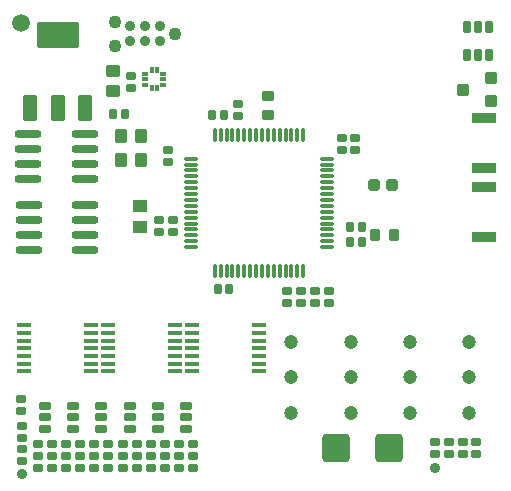
<source format=gts>
G04*
G04 #@! TF.GenerationSoftware,Altium Limited,Altium Designer,23.4.1 (23)*
G04*
G04 Layer_Color=8388736*
%FSLAX25Y25*%
%MOIN*%
G70*
G04*
G04 #@! TF.SameCoordinates,CD6A452F-F53C-44A8-BAF7-BA8057297808*
G04*
G04*
G04 #@! TF.FilePolarity,Negative*
G04*
G01*
G75*
G04:AMPARAMS|DCode=55|XSize=31.5mil|YSize=27.56mil|CornerRadius=4.33mil|HoleSize=0mil|Usage=FLASHONLY|Rotation=0.000|XOffset=0mil|YOffset=0mil|HoleType=Round|Shape=RoundedRectangle|*
%AMROUNDEDRECTD55*
21,1,0.03150,0.01890,0,0,0.0*
21,1,0.02284,0.02756,0,0,0.0*
1,1,0.00866,0.01142,-0.00945*
1,1,0.00866,-0.01142,-0.00945*
1,1,0.00866,-0.01142,0.00945*
1,1,0.00866,0.01142,0.00945*
%
%ADD55ROUNDEDRECTD55*%
%ADD56R,0.04724X0.04331*%
G04:AMPARAMS|DCode=57|XSize=31.5mil|YSize=40.16mil|CornerRadius=4.72mil|HoleSize=0mil|Usage=FLASHONLY|Rotation=0.000|XOffset=0mil|YOffset=0mil|HoleType=Round|Shape=RoundedRectangle|*
%AMROUNDEDRECTD57*
21,1,0.03150,0.03071,0,0,0.0*
21,1,0.02205,0.04016,0,0,0.0*
1,1,0.00945,0.01102,-0.01535*
1,1,0.00945,-0.01102,-0.01535*
1,1,0.00945,-0.01102,0.01535*
1,1,0.00945,0.01102,0.01535*
%
%ADD57ROUNDEDRECTD57*%
G04:AMPARAMS|DCode=58|XSize=31.5mil|YSize=27.56mil|CornerRadius=4.33mil|HoleSize=0mil|Usage=FLASHONLY|Rotation=90.000|XOffset=0mil|YOffset=0mil|HoleType=Round|Shape=RoundedRectangle|*
%AMROUNDEDRECTD58*
21,1,0.03150,0.01890,0,0,90.0*
21,1,0.02284,0.02756,0,0,90.0*
1,1,0.00866,0.00945,0.01142*
1,1,0.00866,0.00945,-0.01142*
1,1,0.00866,-0.00945,-0.01142*
1,1,0.00866,-0.00945,0.01142*
%
%ADD58ROUNDEDRECTD58*%
%ADD59O,0.05118X0.01378*%
%ADD60O,0.01378X0.05118*%
G04:AMPARAMS|DCode=61|XSize=37.4mil|YSize=37.4mil|CornerRadius=5.32mil|HoleSize=0mil|Usage=FLASHONLY|Rotation=0.000|XOffset=0mil|YOffset=0mil|HoleType=Round|Shape=RoundedRectangle|*
%AMROUNDEDRECTD61*
21,1,0.03740,0.02677,0,0,0.0*
21,1,0.02677,0.03740,0,0,0.0*
1,1,0.01063,0.01339,-0.01339*
1,1,0.01063,-0.01339,-0.01339*
1,1,0.01063,-0.01339,0.01339*
1,1,0.01063,0.01339,0.01339*
%
%ADD61ROUNDEDRECTD61*%
G04:AMPARAMS|DCode=62|XSize=31.5mil|YSize=40.16mil|CornerRadius=4.72mil|HoleSize=0mil|Usage=FLASHONLY|Rotation=90.000|XOffset=0mil|YOffset=0mil|HoleType=Round|Shape=RoundedRectangle|*
%AMROUNDEDRECTD62*
21,1,0.03150,0.03071,0,0,90.0*
21,1,0.02205,0.04016,0,0,90.0*
1,1,0.00945,0.01535,0.01102*
1,1,0.00945,0.01535,-0.01102*
1,1,0.00945,-0.01535,-0.01102*
1,1,0.00945,-0.01535,0.01102*
%
%ADD62ROUNDEDRECTD62*%
%ADD63O,0.09055X0.02756*%
G04:AMPARAMS|DCode=64|XSize=39.37mil|YSize=41.34mil|CornerRadius=5.51mil|HoleSize=0mil|Usage=FLASHONLY|Rotation=90.000|XOffset=0mil|YOffset=0mil|HoleType=Round|Shape=RoundedRectangle|*
%AMROUNDEDRECTD64*
21,1,0.03937,0.03032,0,0,90.0*
21,1,0.02835,0.04134,0,0,90.0*
1,1,0.01102,0.01516,0.01417*
1,1,0.01102,0.01516,-0.01417*
1,1,0.01102,-0.01516,-0.01417*
1,1,0.01102,-0.01516,0.01417*
%
%ADD64ROUNDEDRECTD64*%
G04:AMPARAMS|DCode=65|XSize=39.37mil|YSize=41.34mil|CornerRadius=5.51mil|HoleSize=0mil|Usage=FLASHONLY|Rotation=90.000|XOffset=0mil|YOffset=0mil|HoleType=Round|Shape=RoundedRectangle|*
%AMROUNDEDRECTD65*
21,1,0.03937,0.03032,0,0,90.0*
21,1,0.02835,0.04134,0,0,90.0*
1,1,0.01102,0.01516,0.01417*
1,1,0.01102,0.01516,-0.01417*
1,1,0.01102,-0.01516,-0.01417*
1,1,0.01102,-0.01516,0.01417*
%
%ADD65ROUNDEDRECTD65*%
G04:AMPARAMS|DCode=66|XSize=47.24mil|YSize=88.58mil|CornerRadius=6.3mil|HoleSize=0mil|Usage=FLASHONLY|Rotation=0.000|XOffset=0mil|YOffset=0mil|HoleType=Round|Shape=RoundedRectangle|*
%AMROUNDEDRECTD66*
21,1,0.04724,0.07598,0,0,0.0*
21,1,0.03465,0.08858,0,0,0.0*
1,1,0.01260,0.01732,-0.03799*
1,1,0.01260,-0.01732,-0.03799*
1,1,0.01260,-0.01732,0.03799*
1,1,0.01260,0.01732,0.03799*
%
%ADD66ROUNDEDRECTD66*%
G04:AMPARAMS|DCode=67|XSize=47.24mil|YSize=88.58mil|CornerRadius=6.3mil|HoleSize=0mil|Usage=FLASHONLY|Rotation=0.000|XOffset=0mil|YOffset=0mil|HoleType=Round|Shape=RoundedRectangle|*
%AMROUNDEDRECTD67*
21,1,0.04724,0.07599,0,0,0.0*
21,1,0.03465,0.08858,0,0,0.0*
1,1,0.01260,0.01732,-0.03799*
1,1,0.01260,-0.01732,-0.03799*
1,1,0.01260,-0.01732,0.03799*
1,1,0.01260,0.01732,0.03799*
%
%ADD67ROUNDEDRECTD67*%
G04:AMPARAMS|DCode=68|XSize=141.73mil|YSize=88.58mil|CornerRadius=10.43mil|HoleSize=0mil|Usage=FLASHONLY|Rotation=0.000|XOffset=0mil|YOffset=0mil|HoleType=Round|Shape=RoundedRectangle|*
%AMROUNDEDRECTD68*
21,1,0.14173,0.06772,0,0,0.0*
21,1,0.12087,0.08858,0,0,0.0*
1,1,0.02087,0.06043,-0.03386*
1,1,0.02087,-0.06043,-0.03386*
1,1,0.02087,-0.06043,0.03386*
1,1,0.02087,0.06043,0.03386*
%
%ADD68ROUNDEDRECTD68*%
G04:AMPARAMS|DCode=69|XSize=43.31mil|YSize=47.24mil|CornerRadius=5.91mil|HoleSize=0mil|Usage=FLASHONLY|Rotation=0.000|XOffset=0mil|YOffset=0mil|HoleType=Round|Shape=RoundedRectangle|*
%AMROUNDEDRECTD69*
21,1,0.04331,0.03543,0,0,0.0*
21,1,0.03150,0.04724,0,0,0.0*
1,1,0.01181,0.01575,-0.01772*
1,1,0.01181,-0.01575,-0.01772*
1,1,0.01181,-0.01575,0.01772*
1,1,0.01181,0.01575,0.01772*
%
%ADD69ROUNDEDRECTD69*%
G04:AMPARAMS|DCode=70|XSize=27.56mil|YSize=39.37mil|CornerRadius=4.33mil|HoleSize=0mil|Usage=FLASHONLY|Rotation=180.000|XOffset=0mil|YOffset=0mil|HoleType=Round|Shape=RoundedRectangle|*
%AMROUNDEDRECTD70*
21,1,0.02756,0.03071,0,0,180.0*
21,1,0.01890,0.03937,0,0,180.0*
1,1,0.00866,-0.00945,0.01535*
1,1,0.00866,0.00945,0.01535*
1,1,0.00866,0.00945,-0.01535*
1,1,0.00866,-0.00945,-0.01535*
%
%ADD70ROUNDEDRECTD70*%
%ADD71C,0.03494*%
G04:AMPARAMS|DCode=72|XSize=27.56mil|YSize=39.37mil|CornerRadius=4.33mil|HoleSize=0mil|Usage=FLASHONLY|Rotation=270.000|XOffset=0mil|YOffset=0mil|HoleType=Round|Shape=RoundedRectangle|*
%AMROUNDEDRECTD72*
21,1,0.02756,0.03071,0,0,270.0*
21,1,0.01890,0.03937,0,0,270.0*
1,1,0.00866,-0.01535,-0.00945*
1,1,0.00866,-0.01535,0.00945*
1,1,0.00866,0.01535,0.00945*
1,1,0.00866,0.01535,-0.00945*
%
%ADD72ROUNDEDRECTD72*%
G04:AMPARAMS|DCode=73|XSize=90.55mil|YSize=94.49mil|CornerRadius=10.63mil|HoleSize=0mil|Usage=FLASHONLY|Rotation=180.000|XOffset=0mil|YOffset=0mil|HoleType=Round|Shape=RoundedRectangle|*
%AMROUNDEDRECTD73*
21,1,0.09055,0.07323,0,0,180.0*
21,1,0.06929,0.09449,0,0,180.0*
1,1,0.02126,-0.03465,0.03661*
1,1,0.02126,0.03465,0.03661*
1,1,0.02126,0.03465,-0.03661*
1,1,0.02126,-0.03465,-0.03661*
%
%ADD73ROUNDEDRECTD73*%
%ADD74C,0.03543*%
G04:AMPARAMS|DCode=75|XSize=35.43mil|YSize=82.68mil|CornerRadius=5.12mil|HoleSize=0mil|Usage=FLASHONLY|Rotation=90.000|XOffset=0mil|YOffset=0mil|HoleType=Round|Shape=RoundedRectangle|*
%AMROUNDEDRECTD75*
21,1,0.03543,0.07244,0,0,90.0*
21,1,0.02520,0.08268,0,0,90.0*
1,1,0.01024,0.03622,0.01260*
1,1,0.01024,0.03622,-0.01260*
1,1,0.01024,-0.03622,-0.01260*
1,1,0.01024,-0.03622,0.01260*
%
%ADD75ROUNDEDRECTD75*%
%ADD76O,0.04724X0.01575*%
%ADD77R,0.01870X0.01772*%
%ADD78R,0.01772X0.01870*%
G04:AMPARAMS|DCode=79|XSize=43.31mil|YSize=47.24mil|CornerRadius=5.91mil|HoleSize=0mil|Usage=FLASHONLY|Rotation=270.000|XOffset=0mil|YOffset=0mil|HoleType=Round|Shape=RoundedRectangle|*
%AMROUNDEDRECTD79*
21,1,0.04331,0.03543,0,0,270.0*
21,1,0.03150,0.04724,0,0,270.0*
1,1,0.01181,-0.01772,-0.01575*
1,1,0.01181,-0.01772,0.01575*
1,1,0.01181,0.01772,0.01575*
1,1,0.01181,0.01772,-0.01575*
%
%ADD79ROUNDEDRECTD79*%
%ADD80C,0.04724*%
%ADD81C,0.04294*%
%ADD82C,0.05906*%
D55*
X50394Y87795D02*
D03*
Y83858D02*
D03*
X4724Y11417D02*
D03*
Y7480D02*
D03*
X151575Y13780D02*
D03*
Y9843D02*
D03*
X142323Y9883D02*
D03*
Y13820D02*
D03*
X146850D02*
D03*
Y9883D02*
D03*
X53445Y107087D02*
D03*
Y111024D02*
D03*
X107139Y60039D02*
D03*
Y63976D02*
D03*
X54921Y83858D02*
D03*
Y87795D02*
D03*
X102362Y60039D02*
D03*
Y63976D02*
D03*
X97638D02*
D03*
Y60039D02*
D03*
X92913Y63976D02*
D03*
Y60039D02*
D03*
X76772Y122500D02*
D03*
Y126437D02*
D03*
X111221Y115157D02*
D03*
Y111221D02*
D03*
X115551D02*
D03*
Y115157D02*
D03*
X47638Y9055D02*
D03*
Y5118D02*
D03*
X61811Y9055D02*
D03*
X61811Y5118D02*
D03*
X156102Y13780D02*
D03*
Y9843D02*
D03*
X4331Y28150D02*
D03*
Y24213D02*
D03*
X9843Y9055D02*
D03*
Y12992D02*
D03*
X14567Y9055D02*
D03*
Y12992D02*
D03*
X19291Y9055D02*
D03*
Y12992D02*
D03*
X24016Y9055D02*
D03*
Y12992D02*
D03*
X9843Y9055D02*
D03*
Y5118D02*
D03*
X14567Y9055D02*
D03*
Y5118D02*
D03*
X19291Y9055D02*
D03*
Y5118D02*
D03*
X24016Y9055D02*
D03*
Y5118D02*
D03*
X28740Y9055D02*
D03*
Y12992D02*
D03*
X33465Y9055D02*
D03*
Y12992D02*
D03*
X38189Y9055D02*
D03*
X38189Y12992D02*
D03*
X43031Y9055D02*
D03*
Y12992D02*
D03*
X28740Y9055D02*
D03*
Y5118D02*
D03*
X33465Y9055D02*
D03*
Y5118D02*
D03*
X38189Y9055D02*
D03*
X38189Y5118D02*
D03*
X42913Y9055D02*
D03*
Y5118D02*
D03*
X47638Y9055D02*
D03*
Y12992D02*
D03*
X52362Y9055D02*
D03*
Y12992D02*
D03*
X57087Y9055D02*
D03*
Y12992D02*
D03*
X61811Y9055D02*
D03*
Y12992D02*
D03*
X52362Y9055D02*
D03*
X52362Y5118D02*
D03*
X57087Y9055D02*
D03*
Y5118D02*
D03*
X4724Y19094D02*
D03*
Y15157D02*
D03*
X40945Y131890D02*
D03*
Y135827D02*
D03*
D56*
X43898Y85630D02*
D03*
Y92323D02*
D03*
D57*
X122441Y82677D02*
D03*
X128740D02*
D03*
D58*
X69882Y64961D02*
D03*
X73819D02*
D03*
X71850Y122835D02*
D03*
X67913D02*
D03*
X117913Y80315D02*
D03*
X113976D02*
D03*
X117913Y85433D02*
D03*
X113976D02*
D03*
X35039Y123228D02*
D03*
X38976D02*
D03*
D59*
X61024Y108268D02*
D03*
Y106299D02*
D03*
Y104331D02*
D03*
Y102362D02*
D03*
Y100394D02*
D03*
Y98425D02*
D03*
Y96457D02*
D03*
Y94488D02*
D03*
Y92520D02*
D03*
Y90551D02*
D03*
Y88583D02*
D03*
Y86614D02*
D03*
Y84646D02*
D03*
Y82677D02*
D03*
Y80709D02*
D03*
Y78740D02*
D03*
X106299D02*
D03*
Y80709D02*
D03*
Y82677D02*
D03*
Y84646D02*
D03*
Y86614D02*
D03*
Y88583D02*
D03*
Y90551D02*
D03*
Y92520D02*
D03*
Y94488D02*
D03*
Y96457D02*
D03*
Y98425D02*
D03*
Y100394D02*
D03*
Y102362D02*
D03*
Y104331D02*
D03*
Y106299D02*
D03*
Y108268D02*
D03*
D60*
X68898Y70866D02*
D03*
X70866D02*
D03*
X72835D02*
D03*
X74803D02*
D03*
X76772D02*
D03*
X78740D02*
D03*
X80709D02*
D03*
X82677D02*
D03*
X84646D02*
D03*
X86614D02*
D03*
X88583D02*
D03*
X90551D02*
D03*
X92520D02*
D03*
X94488D02*
D03*
X96457D02*
D03*
X98425D02*
D03*
Y116142D02*
D03*
X96457D02*
D03*
X94488D02*
D03*
X92520D02*
D03*
X90551D02*
D03*
X88583D02*
D03*
X86614D02*
D03*
X84646D02*
D03*
X82677D02*
D03*
X80709D02*
D03*
X78740D02*
D03*
X76772D02*
D03*
X74803D02*
D03*
X72835D02*
D03*
X70866D02*
D03*
X68898D02*
D03*
D61*
X121850Y99606D02*
D03*
X128071D02*
D03*
D62*
X86811Y129134D02*
D03*
Y122835D02*
D03*
D63*
X25788Y77933D02*
D03*
Y82933D02*
D03*
Y87933D02*
D03*
Y92933D02*
D03*
X6890Y77933D02*
D03*
Y82933D02*
D03*
Y87933D02*
D03*
Y92933D02*
D03*
X6693Y116557D02*
D03*
X6693Y111557D02*
D03*
X6693Y106557D02*
D03*
Y101557D02*
D03*
X25591Y116557D02*
D03*
X25591Y111557D02*
D03*
X25591Y106557D02*
D03*
Y101557D02*
D03*
D64*
X161030Y127512D02*
D03*
X151778Y131252D02*
D03*
D65*
X161030Y134992D02*
D03*
D66*
X7480Y125197D02*
D03*
X25591D02*
D03*
D67*
X16535D02*
D03*
D68*
X16535Y149606D02*
D03*
D69*
X37795Y115945D02*
D03*
X44488Y115945D02*
D03*
X37795Y107677D02*
D03*
X44488D02*
D03*
D70*
X160431Y152139D02*
D03*
X156691D02*
D03*
X152950D02*
D03*
Y142690D02*
D03*
X156691D02*
D03*
X160431D02*
D03*
D71*
X50748Y152441D02*
D03*
Y147441D02*
D03*
X45748Y152441D02*
D03*
X45748Y147441D02*
D03*
X40748Y152441D02*
D03*
Y147441D02*
D03*
D72*
X59449Y25787D02*
D03*
Y22047D02*
D03*
Y18307D02*
D03*
X50000Y18307D02*
D03*
Y22047D02*
D03*
X50000Y25787D02*
D03*
X21654D02*
D03*
X21654Y22047D02*
D03*
Y18307D02*
D03*
X12205D02*
D03*
Y22047D02*
D03*
X12205Y25787D02*
D03*
X40551Y25787D02*
D03*
Y22047D02*
D03*
Y18307D02*
D03*
X31102Y18307D02*
D03*
Y22047D02*
D03*
Y25787D02*
D03*
D73*
X126969Y11811D02*
D03*
X109252D02*
D03*
D74*
X142402Y5118D02*
D03*
X4724Y3150D02*
D03*
D75*
X158661Y121653D02*
D03*
Y105118D02*
D03*
Y82284D02*
D03*
Y98819D02*
D03*
D76*
X55709Y37402D02*
D03*
Y39961D02*
D03*
Y42520D02*
D03*
Y45079D02*
D03*
Y47638D02*
D03*
Y50197D02*
D03*
Y52756D02*
D03*
X33268Y37402D02*
D03*
Y39961D02*
D03*
Y42520D02*
D03*
Y45079D02*
D03*
Y47638D02*
D03*
Y50197D02*
D03*
Y52756D02*
D03*
X27756Y37402D02*
D03*
Y39961D02*
D03*
Y42520D02*
D03*
Y45079D02*
D03*
Y47638D02*
D03*
Y50197D02*
D03*
Y52756D02*
D03*
X5315Y37402D02*
D03*
Y39961D02*
D03*
Y42520D02*
D03*
Y45079D02*
D03*
Y47638D02*
D03*
Y50197D02*
D03*
Y52756D02*
D03*
X83661Y37402D02*
D03*
Y39961D02*
D03*
Y42520D02*
D03*
Y45079D02*
D03*
Y47638D02*
D03*
Y50197D02*
D03*
Y52756D02*
D03*
X61221Y37402D02*
D03*
Y39961D02*
D03*
Y42520D02*
D03*
Y45079D02*
D03*
Y47638D02*
D03*
Y50197D02*
D03*
Y52756D02*
D03*
D77*
X45817Y132677D02*
D03*
Y134646D02*
D03*
Y136614D02*
D03*
X51821D02*
D03*
Y134646D02*
D03*
Y132677D02*
D03*
D78*
X47835Y137648D02*
D03*
X49803D02*
D03*
Y131644D02*
D03*
X47835D02*
D03*
D79*
X34941Y130709D02*
D03*
Y137402D02*
D03*
D80*
X133858Y35433D02*
D03*
X153543D02*
D03*
X94488Y23622D02*
D03*
X114173Y35433D02*
D03*
X94488D02*
D03*
X153543Y47244D02*
D03*
X133858D02*
D03*
X114173D02*
D03*
X94488D02*
D03*
X114173Y23622D02*
D03*
X153543D02*
D03*
X133858D02*
D03*
D81*
X55748Y149941D02*
D03*
X35748Y145941D02*
D03*
Y153941D02*
D03*
D82*
X4331Y153543D02*
D03*
M02*

</source>
